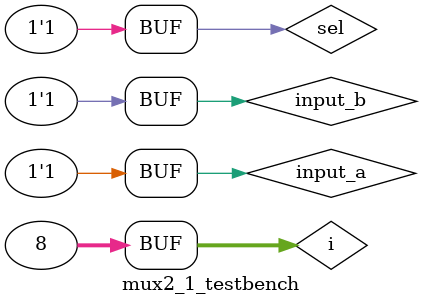
<source format=sv>
`timescale 1ns/10ps


module mux2_1(sel, input_a, input_b, out);
	input logic input_a, input_b, sel;
	output logic out;
	logic inverted_sel, and_a, and_b, or_result;
	
	xor #(50ps) invert_sel (inverted_sel, sel, 1'b1);
	and #(50ps) and_input_a (and_a, input_a, inverted_sel);
	and #(50ps) and_input_b (and_b, sel, input_b);
	or #(50ps) or_gate (out, and_a, and_b);
	
endmodule


module mux2_1_testbench();
	logic input_a, input_b, sel;
	logic out;
	logic inverted_sel, and_a, and_b, or_result;
	
	mux2_1 dut (.sel, .input_a, .input_b, .out);
	
	integer i;
	
	initial begin
		for (i = 0; i < 8; i++) begin
			{sel, input_a, input_b} = i; #10;
		end
	end
	
endmodule

</source>
